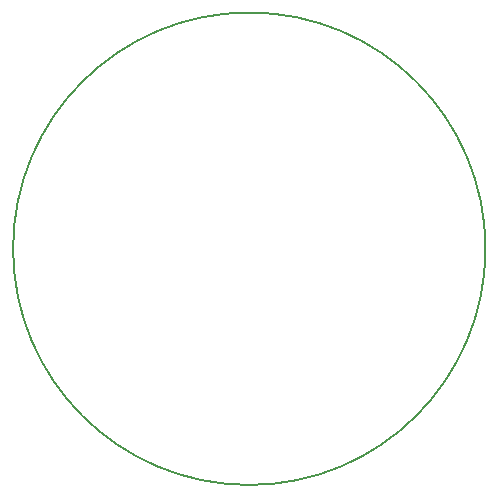
<source format=gbr>
%TF.GenerationSoftware,KiCad,Pcbnew,7.0.7*%
%TF.CreationDate,2023-10-08T15:01:22+08:00*%
%TF.ProjectId,RM_47mm,524d5f34-376d-46d2-9e6b-696361645f70,rev?*%
%TF.SameCoordinates,Original*%
%TF.FileFunction,Profile,NP*%
%FSLAX46Y46*%
G04 Gerber Fmt 4.6, Leading zero omitted, Abs format (unit mm)*
G04 Created by KiCad (PCBNEW 7.0.7) date 2023-10-08 15:01:22*
%MOMM*%
%LPD*%
G01*
G04 APERTURE LIST*
%TA.AperFunction,Profile*%
%ADD10C,0.200000*%
%TD*%
G04 APERTURE END LIST*
D10*
X170000000Y-100000000D02*
G75*
G03*
X170000000Y-100000000I-20000000J0D01*
G01*
M02*

</source>
